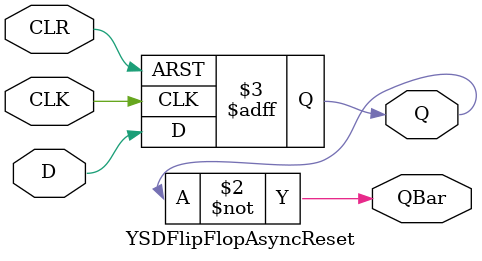
<source format=v>


module YSDFlipFlopAsyncReset ( Q, QBar, CLK, CLR, D );

  input CLR;
  output QBar;
  input CLK;
  output reg Q;
  input D;
  always @(posedge CLK, negedge CLR)
    if(CLR) Q <= D;
    else Q <= 0;

   assign QBar = ~Q;
   
endmodule

</source>
